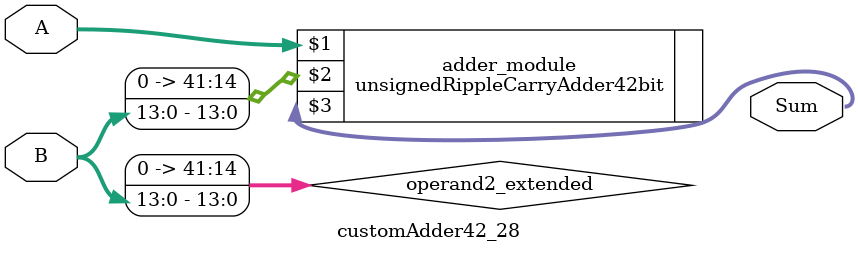
<source format=v>
module customAdder42_28(
                        input [41 : 0] A,
                        input [13 : 0] B,
                        
                        output [42 : 0] Sum
                );

        wire [41 : 0] operand2_extended;
        
        assign operand2_extended =  {28'b0, B};
        
        unsignedRippleCarryAdder42bit adder_module(
            A,
            operand2_extended,
            Sum
        );
        
        endmodule
        
</source>
